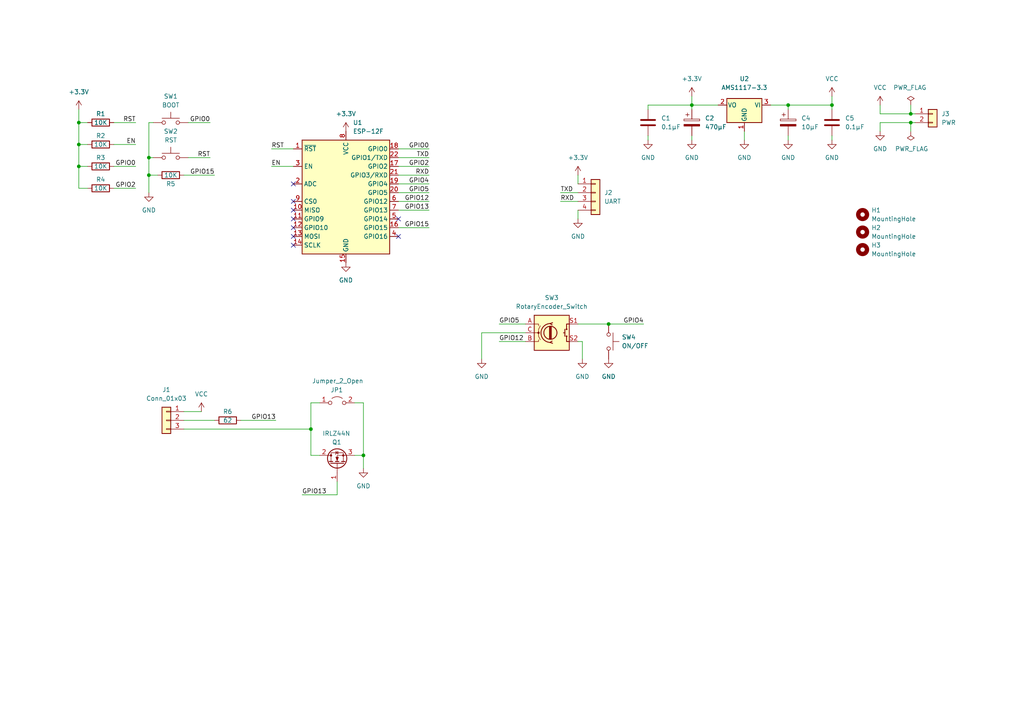
<source format=kicad_sch>
(kicad_sch (version 20230121) (generator eeschema)
  (paper "A4")
  (lib_symbols
    (symbol "Connector_Generic:Conn_01x02" (pin_names (offset 1.016) hide)
      (property "Reference" "J" (at 0 2.54 0))
      (property "Value" "Conn_01x02" (at 0 -5.08 0))
      (symbol "Conn_01x02_1_1"
        (rectangle (start -1.27 -2.413) (end 0 -2.667) (stroke (width 0.1524)))
        (rectangle (start -1.27 0.127) (end 0 -0.127) (stroke (width 0.1524)))
        (rectangle (start -1.27 1.27) (end 1.27 -3.81) (stroke (width 0.254)) (fill (type background)))
        (pin passive line (at -5.08 0 0) (length 3.81) (name "Pin_1") (number "1"))
        (pin passive line (at -5.08 -2.54 0) (length 3.81) (name "Pin_2") (number "2"))
      )
    )
    (symbol "Connector_Generic:Conn_01x03" (pin_names (offset 1.016) hide)
      (property "Reference" "J" (at 0 5.08 0))
      (property "Value" "Conn_01x03" (at 0 -5.08 0))
      (symbol "Conn_01x03_1_1"
        (rectangle (start -1.27 -2.413) (end 0 -2.667) (stroke (width 0.1524)))
        (rectangle (start -1.27 0.127) (end 0 -0.127) (stroke (width 0.1524)))
        (rectangle (start -1.27 2.667) (end 0 2.413) (stroke (width 0.1524)))
        (rectangle (start -1.27 3.81) (end 1.27 -3.81) (stroke (width 0.254)) (fill (type background)))
        (pin passive line (at -5.08 2.54 0) (length 3.81) (name "Pin_1") (number "1"))
        (pin passive line (at -5.08 0 0) (length 3.81) (name "Pin_2") (number "2"))
        (pin passive line (at -5.08 -2.54 0) (length 3.81) (name "Pin_3") (number "3"))
      )
    )
    (symbol "Connector_Generic:Conn_01x04" (pin_names (offset 1.016) hide)
      (property "Reference" "J" (at 0 5.08 0))
      (property "Value" "Conn_01x04" (at 0 -7.62 0))
      (symbol "Conn_01x04_1_1"
        (rectangle (start -1.27 -4.953) (end 0 -5.207) (stroke (width 0.1524)))
        (rectangle (start -1.27 -2.413) (end 0 -2.667) (stroke (width 0.1524)))
        (rectangle (start -1.27 0.127) (end 0 -0.127) (stroke (width 0.1524)))
        (rectangle (start -1.27 2.667) (end 0 2.413) (stroke (width 0.1524)))
        (rectangle (start -1.27 3.81) (end 1.27 -6.35) (stroke (width 0.254)) (fill (type background)))
        (pin passive line (at -5.08 2.54 0) (length 3.81) (name "Pin_1") (number "1"))
        (pin passive line (at -5.08 0 0) (length 3.81) (name "Pin_2") (number "2"))
        (pin passive line (at -5.08 -2.54 0) (length 3.81) (name "Pin_3") (number "3"))
        (pin passive line (at -5.08 -5.08 0) (length 3.81) (name "Pin_4") (number "4"))
      )
    )
    (symbol "Device:C" (pin_numbers hide) (pin_names (offset 0.254))
      (property "Reference" "C" (at 0.635 2.54 0))
      (property "Value" "C" (at 0.635 -2.54 0))
      (symbol "C_0_1"
        (polyline (pts (xy -2.032 -0.762) (xy 2.032 -0.762)) (stroke (width 0.508)))
        (polyline (pts (xy -2.032 0.762) (xy 2.032 0.762)) (stroke (width 0.508)))
      )
      (symbol "C_1_1"
        (pin passive line (at 0 3.81 270) (length 2.794) (name "~") (number "1"))
        (pin passive line (at 0 -3.81 90) (length 2.794) (name "~") (number "2"))
      )
    )
    (symbol "Device:C_Polarized" (pin_numbers hide) (pin_names (offset 0.254))
      (property "Reference" "C" (at 0.635 2.54 0))
      (property "Value" "C_Polarized" (at 0.635 -2.54 0))
      (symbol "C_Polarized_0_1"
        (rectangle (start -2.286 0.508) (end 2.286 1.016))
        (polyline (pts (xy -1.778 2.286) (xy -0.762 2.286)))
        (polyline (pts (xy -1.27 2.794) (xy -1.27 1.778)))
        (rectangle (start 2.286 -0.508) (end -2.286 -1.016) (fill (type outline)))
      )
      (symbol "C_Polarized_1_1"
        (pin passive line (at 0 3.81 270) (length 2.794) (name "~") (number "1"))
        (pin passive line (at 0 -3.81 90) (length 2.794) (name "~") (number "2"))
      )
    )
    (symbol "Device:R" (pin_numbers hide) (pin_names (offset 0))
      (property "Reference" "R" (at 2.032 0 90))
      (property "Value" "R" (at 0 0 90))
      (symbol "R_0_1"
        (rectangle (start -1.016 -2.54) (end 1.016 2.54) (stroke (width 0.254)))
      )
      (symbol "R_1_1"
        (pin passive line (at 0 3.81 270) (length 1.27) (name "~") (number "1"))
        (pin passive line (at 0 -3.81 90) (length 1.27) (name "~") (number "2"))
      )
    )
    (symbol "Device:RotaryEncoder_Switch" (pin_names (offset 0.254) hide)
      (property "Reference" "SW" (at 0 6.604 0))
      (property "Value" "RotaryEncoder_Switch" (at 0 -6.604 0))
      (symbol "RotaryEncoder_Switch_0_1"
        (rectangle (start -5.08 5.08) (end 5.08 -5.08) (stroke (width 0.254)) (fill (type background)))
        (circle (center -3.81 0) (radius 0.254) (fill (type outline)))
        (circle (center -0.381 0) (radius 1.905) (stroke (width 0.254)))
        (arc (start -0.381 2.667) (mid -3.0988 -0.0635) (end -0.381 -2.794) (stroke (width 0.254)))
        (polyline (pts (xy -0.635 -1.778) (xy -0.635 1.778)) (stroke (width 0.254)))
        (polyline (pts (xy -0.381 -1.778) (xy -0.381 1.778)) (stroke (width 0.254)))
        (polyline (pts (xy -0.127 1.778) (xy -0.127 -1.778)) (stroke (width 0.254)))
        (polyline (pts (xy 3.81 0) (xy 3.429 0)) (stroke (width 0.254)))
        (polyline (pts (xy 3.81 1.016) (xy 3.81 -1.016)) (stroke (width 0.254)))
        (polyline (pts (xy -5.08 -2.54) (xy -3.81 -2.54) (xy -3.81 -2.032)))
        (polyline (pts (xy -5.08 2.54) (xy -3.81 2.54) (xy -3.81 2.032)))
        (polyline (pts (xy 0.254 -3.048) (xy -0.508 -2.794) (xy 0.127 -2.413)) (stroke (width 0.254)))
        (polyline (pts (xy 0.254 2.921) (xy -0.508 2.667) (xy 0.127 2.286)) (stroke (width 0.254)))
        (polyline (pts (xy 5.08 -2.54) (xy 4.318 -2.54) (xy 4.318 -1.016)) (stroke (width 0.254)))
        (polyline (pts (xy 5.08 2.54) (xy 4.318 2.54) (xy 4.318 1.016)) (stroke (width 0.254)))
        (polyline (pts (xy -5.08 0) (xy -3.81 0) (xy -3.81 -1.016) (xy -3.302 -2.032)))
        (polyline (pts (xy -4.318 0) (xy -3.81 0) (xy -3.81 1.016) (xy -3.302 2.032)))
        (circle (center 4.318 -1.016) (radius 0.127) (stroke (width 0.254)))
        (circle (center 4.318 1.016) (radius 0.127) (stroke (width 0.254)))
      )
      (symbol "RotaryEncoder_Switch_1_1"
        (pin passive line (at -7.62 2.54 0) (length 2.54) (name "A") (number "A"))
        (pin passive line (at -7.62 -2.54 0) (length 2.54) (name "B") (number "B"))
        (pin passive line (at -7.62 0 0) (length 2.54) (name "C") (number "C"))
        (pin passive line (at 7.62 2.54 180) (length 2.54) (name "S1") (number "S1"))
        (pin passive line (at 7.62 -2.54 180) (length 2.54) (name "S2") (number "S2"))
      )
    )
    (symbol "Jumper:Jumper_2_Open" (pin_names (offset 0) hide)
      (property "Reference" "JP" (at 0 2.794 0))
      (property "Value" "Jumper_2_Open" (at 0 -2.286 0))
      (symbol "Jumper_2_Open_0_0"
        (circle (center -2.032 0) (radius 0.508))
        (circle (center 2.032 0) (radius 0.508))
      )
      (symbol "Jumper_2_Open_0_1"
        (arc (start 1.524 1.27) (mid 0 1.778) (end -1.524 1.27))
      )
      (symbol "Jumper_2_Open_1_1"
        (pin passive line (at -5.08 0 0) (length 2.54) (name "A") (number "1"))
        (pin passive line (at 5.08 0 180) (length 2.54) (name "B") (number "2"))
      )
    )
    (symbol "Mechanical:MountingHole" (pin_names (offset 1.016))
      (property "Reference" "H" (at 0 5.08 0))
      (property "Value" "MountingHole" (at 0 3.175 0))
      (symbol "MountingHole_0_1"
        (circle (center 0 0) (radius 1.27) (stroke (width 1.27)))
      )
    )
    (symbol "RF_Module:ESP-12F"
      (property "Reference" "U" (at -12.7 19.05 0))
      (property "Value" "ESP-12F" (at 12.7 19.05 0))
      (symbol "ESP-12F_0_1"
        (rectangle (start -12.7 17.78) (end 12.7 -15.24) (stroke (width 0.254)) (fill (type background)))
      )
      (symbol "ESP-12F_1_1"
        (pin input line (at -15.24 15.24 0) (length 2.54) (name "~{RST}") (number "1"))
        (pin bidirectional line (at -15.24 -2.54 0) (length 2.54) (name "MISO") (number "10"))
        (pin bidirectional line (at -15.24 -5.08 0) (length 2.54) (name "GPIO9") (number "11"))
        (pin bidirectional line (at -15.24 -7.62 0) (length 2.54) (name "GPIO10") (number "12"))
        (pin bidirectional line (at -15.24 -10.16 0) (length 2.54) (name "MOSI") (number "13"))
        (pin bidirectional line (at -15.24 -12.7 0) (length 2.54) (name "SCLK") (number "14"))
        (pin power_in line (at 0 -17.78 90) (length 2.54) (name "GND") (number "15"))
        (pin bidirectional line (at 15.24 -7.62 180) (length 2.54) (name "GPIO15") (number "16"))
        (pin bidirectional line (at 15.24 10.16 180) (length 2.54) (name "GPIO2") (number "17"))
        (pin bidirectional line (at 15.24 15.24 180) (length 2.54) (name "GPIO0") (number "18"))
        (pin bidirectional line (at 15.24 5.08 180) (length 2.54) (name "GPIO4") (number "19"))
        (pin input line (at -15.24 5.08 0) (length 2.54) (name "ADC") (number "2"))
        (pin bidirectional line (at 15.24 2.54 180) (length 2.54) (name "GPIO5") (number "20"))
        (pin bidirectional line (at 15.24 7.62 180) (length 2.54) (name "GPIO3/RXD") (number "21"))
        (pin bidirectional line (at 15.24 12.7 180) (length 2.54) (name "GPIO1/TXD") (number "22"))
        (pin input line (at -15.24 10.16 0) (length 2.54) (name "EN") (number "3"))
        (pin bidirectional line (at 15.24 -10.16 180) (length 2.54) (name "GPIO16") (number "4"))
        (pin bidirectional line (at 15.24 -5.08 180) (length 2.54) (name "GPIO14") (number "5"))
        (pin bidirectional line (at 15.24 0 180) (length 2.54) (name "GPIO12") (number "6"))
        (pin bidirectional line (at 15.24 -2.54 180) (length 2.54) (name "GPIO13") (number "7"))
        (pin power_in line (at 0 20.32 270) (length 2.54) (name "VCC") (number "8"))
        (pin input line (at -15.24 0 0) (length 2.54) (name "CS0") (number "9"))
      )
    )
    (symbol "Regulator_Linear:AMS1117-3.3" (pin_names (offset 0.254))
      (property "Reference" "U" (at -3.81 3.175 0))
      (property "Value" "AMS1117-3.3" (at 0 3.175 0))
      (symbol "AMS1117-3.3_0_1"
        (rectangle (start -5.08 -5.08) (end 5.08 1.905) (stroke (width 0.254)) (fill (type background)))
      )
      (symbol "AMS1117-3.3_1_1"
        (pin power_in line (at 0 -7.62 90) (length 2.54) (name "GND") (number "1"))
        (pin power_out line (at 7.62 0 180) (length 2.54) (name "VO") (number "2"))
        (pin power_in line (at -7.62 0 0) (length 2.54) (name "VI") (number "3"))
      )
    )
    (symbol "Switch:SW_Push" (pin_numbers hide) (pin_names (offset 1.016) hide)
      (property "Reference" "SW" (at 1.27 2.54 0))
      (property "Value" "SW_Push" (at 0 -1.524 0))
      (symbol "SW_Push_0_1"
        (circle (center -2.032 0) (radius 0.508))
        (polyline (pts (xy 0 1.27) (xy 0 3.048)))
        (polyline (pts (xy 2.54 1.27) (xy -2.54 1.27)))
        (circle (center 2.032 0) (radius 0.508))
        (pin passive line (at -5.08 0 0) (length 2.54) (name "1") (number "1"))
        (pin passive line (at 5.08 0 180) (length 2.54) (name "2") (number "2"))
      )
    )
    (symbol "Transistor_FET:IRLZ44N" (pin_names hide)
      (property "Reference" "Q" (at 6.35 1.905 0))
      (property "Value" "IRLZ44N" (at 6.35 0 0))
      (symbol "IRLZ44N_0_1"
        (polyline (pts (xy 0.254 0) (xy -2.54 0)))
        (polyline (pts (xy 0.254 1.905) (xy 0.254 -1.905)) (stroke (width 0.254)))
        (polyline (pts (xy 0.762 -1.27) (xy 0.762 -2.286)) (stroke (width 0.254)))
        (polyline (pts (xy 0.762 0.508) (xy 0.762 -0.508)) (stroke (width 0.254)))
        (polyline (pts (xy 0.762 2.286) (xy 0.762 1.27)) (stroke (width 0.254)))
        (polyline (pts (xy 2.54 2.54) (xy 2.54 1.778)))
        (polyline (pts (xy 2.54 -2.54) (xy 2.54 0) (xy 0.762 0)))
        (polyline (pts (xy 0.762 -1.778) (xy 3.302 -1.778) (xy 3.302 1.778) (xy 0.762 1.778)))
        (polyline (pts (xy 1.016 0) (xy 2.032 0.381) (xy 2.032 -0.381) (xy 1.016 0)) (fill (type outline)))
        (polyline (pts (xy 2.794 0.508) (xy 2.921 0.381) (xy 3.683 0.381) (xy 3.81 0.254)))
        (polyline (pts (xy 3.302 0.381) (xy 2.921 -0.254) (xy 3.683 -0.254) (xy 3.302 0.381)))
        (circle (center 1.651 0) (radius 2.794) (stroke (width 0.254)))
        (circle (center 2.54 -1.778) (radius 0.254) (fill (type outline)))
        (circle (center 2.54 1.778) (radius 0.254) (fill (type outline)))
      )
      (symbol "IRLZ44N_1_1"
        (pin input line (at -5.08 0 0) (length 2.54) (name "G") (number "1"))
        (pin passive line (at 2.54 5.08 270) (length 2.54) (name "D") (number "2"))
        (pin passive line (at 2.54 -5.08 90) (length 2.54) (name "S") (number "3"))
      )
    )
    (symbol "power:+3.3V" (power) (pin_names (offset 0))
      (property "Value" "+3.3V" (at 0 3.556 0))
      (symbol "+3.3V_0_1"
        (polyline (pts (xy -0.762 1.27) (xy 0 2.54)))
        (polyline (pts (xy 0 0) (xy 0 2.54)))
        (polyline (pts (xy 0 2.54) (xy 0.762 1.27)))
      )
      (symbol "+3.3V_1_1"
        (pin power_in line (at 0 0 90) (length 0) hide (name "+3.3V") (number "1"))
      )
    )
    (symbol "power:GND" (power) (pin_names (offset 0))
      (property "Value" "GND" (at 0 -3.81 0))
      (symbol "GND_0_1"
        (polyline (pts (xy 0 0) (xy 0 -1.27) (xy 1.27 -1.27) (xy 0 -2.54) (xy -1.27 -1.27) (xy 0 -1.27)))
      )
      (symbol "GND_1_1"
        (pin power_in line (at 0 0 270) (length 0) hide (name "GND") (number "1"))
      )
    )
    (symbol "power:PWR_FLAG" (power) (pin_numbers hide) (pin_names (offset 0) hide)
      (property "Value" "PWR_FLAG" (at 0 3.81 0))
      (symbol "PWR_FLAG_0_0"
        (pin power_out line (at 0 0 90) (length 0) (name "pwr") (number "1"))
      )
      (symbol "PWR_FLAG_0_1"
        (polyline (pts (xy 0 0) (xy 0 1.27) (xy -1.016 1.905) (xy 0 2.54) (xy 1.016 1.905) (xy 0 1.27)))
      )
    )
    (symbol "power:VCC" (power) (pin_names (offset 0))
      (property "Value" "VCC" (at 0 3.81 0))
      (symbol "VCC_0_1"
        (polyline (pts (xy -0.762 1.27) (xy 0 2.54)))
        (polyline (pts (xy 0 0) (xy 0 2.54)))
        (polyline (pts (xy 0 2.54) (xy 0.762 1.27)))
      )
      (symbol "VCC_1_1"
        (pin power_in line (at 0 0 90) (length 0) hide (name "VCC") (number "1"))
      )
    )
  )
  (junction (at 22.86 41.91))
  (junction (at 90.17 124.46))
  (junction (at 241.3 30.48))
  (junction (at 22.86 35.56))
  (junction (at 200.66 30.48))
  (junction (at 264.16 33.02))
  (junction (at 228.6 30.48))
  (junction (at 264.16 35.56))
  (junction (at 43.18 50.8))
  (junction (at 43.18 45.72))
  (junction (at 105.41 132.08))
  (junction (at 176.53 93.98))
  (junction (at 22.86 48.26))
  (no_connect (at 115.57 68.58))
  (no_connect (at 85.09 68.58))
  (no_connect (at 85.09 71.12))
  (no_connect (at 85.09 53.34))
  (no_connect (at 85.09 58.42))
  (no_connect (at 85.09 60.96))
  (no_connect (at 85.09 63.5))
  (no_connect (at 115.57 63.5))
  (no_connect (at 85.09 66.04))
  (wire (pts (xy 144.78 99.06) (xy 152.4 99.06)))
  (wire (pts (xy 124.46 43.18) (xy 115.57 43.18)))
  (wire (pts (xy 144.78 93.98) (xy 152.4 93.98)))
  (wire (pts (xy 22.86 35.56) (xy 25.4 35.56)))
  (wire (pts (xy 102.87 132.08) (xy 105.41 132.08)))
  (wire (pts (xy 167.64 63.5) (xy 167.64 60.96)))
  (wire (pts (xy 115.57 66.04) (xy 124.46 66.04)))
  (wire (pts (xy 265.43 33.02) (xy 264.16 33.02)))
  (wire (pts (xy 176.53 93.98) (xy 186.69 93.98)))
  (wire (pts (xy 115.57 55.88) (xy 124.46 55.88)))
  (wire (pts (xy 39.37 48.26) (xy 33.02 48.26)))
  (wire (pts (xy 90.17 132.08) (xy 90.17 124.46)))
  (wire (pts (xy 25.4 54.61) (xy 22.86 54.61)))
  (wire (pts (xy 115.57 48.26) (xy 124.46 48.26)))
  (wire (pts (xy 115.57 60.96) (xy 124.46 60.96)))
  (wire (pts (xy 255.27 33.02) (xy 264.16 33.02)))
  (wire (pts (xy 162.56 55.88) (xy 167.64 55.88)))
  (wire (pts (xy 115.57 50.8) (xy 124.46 50.8)))
  (wire (pts (xy 167.64 93.98) (xy 176.53 93.98)))
  (wire (pts (xy 200.66 30.48) (xy 200.66 31.75)))
  (wire (pts (xy 200.66 39.37) (xy 200.66 40.64)))
  (wire (pts (xy 162.56 58.42) (xy 167.64 58.42)))
  (wire (pts (xy 255.27 30.48) (xy 255.27 33.02)))
  (wire (pts (xy 167.64 99.06) (xy 168.91 99.06)))
  (wire (pts (xy 22.86 54.61) (xy 22.86 48.26)))
  (wire (pts (xy 90.17 116.84) (xy 92.71 116.84)))
  (wire (pts (xy 39.37 41.91) (xy 33.02 41.91)))
  (wire (pts (xy 69.85 121.92) (xy 80.01 121.92)))
  (wire (pts (xy 22.86 48.26) (xy 22.86 41.91)))
  (wire (pts (xy 39.37 35.56) (xy 33.02 35.56)))
  (wire (pts (xy 228.6 31.75) (xy 228.6 30.48)))
  (wire (pts (xy 53.34 119.38) (xy 58.42 119.38)))
  (wire (pts (xy 44.45 35.56) (xy 43.18 35.56)))
  (wire (pts (xy 39.37 54.61) (xy 33.02 54.61)))
  (wire (pts (xy 87.63 143.51) (xy 97.79 143.51)))
  (wire (pts (xy 22.86 31.75) (xy 22.86 35.56)))
  (wire (pts (xy 25.4 41.91) (xy 22.86 41.91)))
  (wire (pts (xy 152.4 96.52) (xy 139.7 96.52)))
  (wire (pts (xy 60.96 35.56) (xy 54.61 35.56)))
  (wire (pts (xy 92.71 132.08) (xy 90.17 132.08)))
  (wire (pts (xy 200.66 30.48) (xy 208.28 30.48)))
  (wire (pts (xy 187.96 39.37) (xy 187.96 40.64)))
  (wire (pts (xy 43.18 35.56) (xy 43.18 45.72)))
  (wire (pts (xy 228.6 30.48) (xy 241.3 30.48)))
  (wire (pts (xy 228.6 39.37) (xy 228.6 40.64)))
  (wire (pts (xy 115.57 45.72) (xy 124.46 45.72)))
  (wire (pts (xy 255.27 35.56) (xy 264.16 35.56)))
  (wire (pts (xy 43.18 50.8) (xy 43.18 45.72)))
  (wire (pts (xy 115.57 58.42) (xy 124.46 58.42)))
  (wire (pts (xy 115.57 53.34) (xy 124.46 53.34)))
  (wire (pts (xy 78.74 43.18) (xy 85.09 43.18)))
  (wire (pts (xy 241.3 39.37) (xy 241.3 40.64)))
  (wire (pts (xy 105.41 116.84) (xy 102.87 116.84)))
  (wire (pts (xy 105.41 132.08) (xy 105.41 116.84)))
  (wire (pts (xy 241.3 31.75) (xy 241.3 30.48)))
  (wire (pts (xy 43.18 45.72) (xy 44.45 45.72)))
  (wire (pts (xy 264.16 35.56) (xy 265.43 35.56)))
  (wire (pts (xy 187.96 31.75) (xy 187.96 30.48)))
  (wire (pts (xy 90.17 124.46) (xy 90.17 116.84)))
  (wire (pts (xy 167.64 50.8) (xy 167.64 53.34)))
  (wire (pts (xy 53.34 121.92) (xy 62.23 121.92)))
  (wire (pts (xy 264.16 35.56) (xy 264.16 38.1)))
  (wire (pts (xy 53.34 124.46) (xy 90.17 124.46)))
  (wire (pts (xy 187.96 30.48) (xy 200.66 30.48)))
  (wire (pts (xy 22.86 41.91) (xy 22.86 35.56)))
  (wire (pts (xy 200.66 30.48) (xy 200.66 27.94)))
  (wire (pts (xy 139.7 96.52) (xy 139.7 104.14)))
  (wire (pts (xy 241.3 27.94) (xy 241.3 30.48)))
  (wire (pts (xy 215.9 38.1) (xy 215.9 40.64)))
  (wire (pts (xy 223.52 30.48) (xy 228.6 30.48)))
  (wire (pts (xy 25.4 48.26) (xy 22.86 48.26)))
  (wire (pts (xy 97.79 139.7) (xy 97.79 143.51)))
  (wire (pts (xy 168.91 99.06) (xy 168.91 104.14)))
  (wire (pts (xy 78.74 48.26) (xy 85.09 48.26)))
  (wire (pts (xy 43.18 50.8) (xy 45.72 50.8)))
  (wire (pts (xy 255.27 38.1) (xy 255.27 35.56)))
  (wire (pts (xy 264.16 30.48) (xy 264.16 33.02)))
  (wire (pts (xy 60.96 45.72) (xy 54.61 45.72)))
  (wire (pts (xy 43.18 55.88) (xy 43.18 50.8)))
  (wire (pts (xy 105.41 132.08) (xy 105.41 135.89)))
  (wire (pts (xy 53.34 50.8) (xy 62.23 50.8)))
  (label "GPIO0" (at 124.46 43.18 180))
  (label "EN" (at 78.74 48.26 0))
  (label "RXD" (at 124.46 50.8 180))
  (label "GPIO12" (at 124.46 58.42 180))
  (label "GPIO13" (at 80.01 121.92 180))
  (label "TXD" (at 124.46 45.72 180))
  (label "RST" (at 60.96 45.72 180))
  (label "GPIO2" (at 124.46 48.26 180))
  (label "GPIO13" (at 124.46 60.96 180))
  (label "GPIO0" (at 39.37 48.26 180))
  (label "GPIO12" (at 144.78 99.06 0))
  (label "GPIO4" (at 124.46 53.34 180))
  (label "GPIO15" (at 124.46 66.04 180))
  (label "GPIO5" (at 124.46 55.88 180))
  (label "GPIO2" (at 39.37 54.61 180))
  (label "GPIO5" (at 144.78 93.98 0))
  (label "RST" (at 78.74 43.18 0))
  (label "TXD" (at 162.56 55.88 0))
  (label "EN" (at 39.37 41.91 180))
  (label "RST" (at 39.37 35.56 180))
  (label "GPIO13" (at 87.63 143.51 0))
  (label "GPIO15" (at 62.23 50.8 180))
  (label "RXD" (at 162.56 58.42 0))
  (label "GPIO4" (at 186.69 93.98 180))
  (label "GPIO0" (at 60.96 35.56 180))
  (symbol (lib_id "Device:R") (at 29.21 54.61 270) (mirror x) (unit 1)
    (property "Reference" "R4" (at 29.21 52.07 90))
    (property "Value" "10K" (at 29.21 54.61 90))
    (property "Footprint" "Resistor_SMD:R_0603_1608Metric" (effects hide))
  )
  (symbol (lib_id "Device:R") (at 29.21 35.56 270) (mirror x) (unit 1)
    (property "Reference" "R1" (at 29.21 33.02 90))
    (property "Value" "10K" (at 29.21 35.56 90))
    (property "Footprint" "Resistor_SMD:R_0603_1608Metric" (effects hide))
  )
  (symbol (lib_id "power:GND") (at 228.6 40.64 0) (unit 1)
    (property "Reference" "#PWR017" (effects hide))
    (property "Value" "GND" (at 228.6 45.72 0))
  )
  (symbol (lib_id "power:GND") (at 241.3 40.64 0) (unit 1)
    (property "Reference" "#PWR019" (effects hide))
    (property "Value" "GND" (at 241.3 45.72 0))
  )
  (symbol (lib_id "power:GND") (at 100.33 76.2 0) (unit 1)
    (property "Reference" "#PWR07" (effects hide))
    (property "Value" "GND" (at 100.33 81.28 0))
  )
  (symbol (lib_id "power:PWR_FLAG") (at 264.16 38.1 180) (unit 1)
    (property "Reference" "#FLG02" (effects hide))
    (property "Value" "PWR_FLAG" (at 269.24 43.18 0) (effects (justify left)))
  )
  (symbol (lib_id "Device:C_Polarized") (at 228.6 35.56 0) (unit 1)
    (property "Reference" "C4" (at 232.41 34.29 0) (effects (justify left)))
    (property "Value" "10μF" (at 232.41 36.83 0) (effects (justify left)))
    (property "Footprint" "Capacitor_THT:CP_Radial_D4.0mm_P1.50mm" (effects hide))
  )
  (symbol (lib_id "power:GND") (at 105.41 135.89 0) (unit 1)
    (property "Reference" "#PWR08" (effects hide))
    (property "Value" "GND" (at 105.41 140.97 0))
  )
  (symbol (lib_id "power:GND") (at 200.66 40.64 0) (unit 1)
    (property "Reference" "#PWR0102" (effects hide))
    (property "Value" "GND" (at 200.66 45.72 0))
  )
  (symbol (lib_id "Device:R") (at 66.04 121.92 90) (unit 1)
    (property "Reference" "R6" (at 66.04 119.38 90))
    (property "Value" "62" (at 66.04 121.92 90))
    (property "Footprint" "Resistor_SMD:R_0603_1608Metric" (effects hide))
  )
  (symbol (lib_id "Device:C") (at 241.3 35.56 180) (unit 1)
    (property "Reference" "C5" (at 245.11 34.2899 0) (effects (justify right)))
    (property "Value" "0.1μF" (at 245.11 36.8299 0) (effects (justify right)))
    (property "Footprint" "Capacitor_SMD:C_0805_2012Metric" (effects hide))
  )
  (symbol (lib_id "Switch:SW_Push") (at 49.53 45.72 0) (unit 1)
    (property "Reference" "SW2" (at 49.53 38.1 0))
    (property "Value" "RST" (at 49.53 40.64 0))
    (property "Footprint" "!Custom:SW_PTS820" (effects hide))
  )
  (symbol (lib_id "Regulator_Linear:AMS1117-3.3") (at 215.9 30.48 0) (mirror y) (unit 1)
    (property "Reference" "U2" (at 215.9 22.86 0))
    (property "Value" "AMS1117-3.3" (at 215.9 25.4 0))
    (property "Footprint" "Package_TO_SOT_SMD:SOT-223-3_TabPin2" (effects hide))
    (property "Datasheet" "http://www.advanced-monolithic.com/pdf/ds1117.pdf" (effects hide))
  )
  (symbol (lib_id "Jumper:Jumper_2_Open") (at 97.79 116.84 0) (unit 1)
    (property "Reference" "JP1" (at 99.5269 113.1153 0) (effects (justify right)))
    (property "Value" "Jumper_2_Open" (at 105.41 110.49 0) (effects (justify right)))
    (property "Footprint" "Connector_Wire:SolderWire-1.5sqmm_1x02_P6mm_D1.7mm_OD3mm" (effects hide))
  )
  (symbol (lib_id "Switch:SW_Push") (at 176.53 99.06 270) (unit 1)
    (property "Reference" "SW4" (at 180.34 97.7899 90) (effects (justify left)))
    (property "Value" "ON/OFF" (at 180.34 100.3299 90) (effects (justify left)))
    (property "Footprint" "Button_Switch_SMD:SW_SPST_TL3342" (effects hide))
  )
  (symbol (lib_id "Device:C") (at 187.96 35.56 180) (unit 1)
    (property "Reference" "C1" (at 191.77 34.2899 0) (effects (justify right)))
    (property "Value" "0.1μF" (at 191.77 36.8299 0) (effects (justify right)))
    (property "Footprint" "Capacitor_SMD:C_0805_2012Metric" (effects hide))
  )
  (symbol (lib_id "power:VCC") (at 255.27 30.48 0) (unit 1)
    (property "Reference" "#PWR020" (effects hide))
    (property "Value" "VCC" (at 255.27 25.4 0))
  )
  (symbol (lib_id "power:+3.3V") (at 100.33 38.1 0) (unit 1)
    (property "Reference" "#PWR06" (effects hide))
    (property "Value" "+3.3V" (at 100.33 33.02 0))
  )
  (symbol (lib_id "power:PWR_FLAG") (at 264.16 30.48 0) (unit 1)
    (property "Reference" "#FLG01" (effects hide))
    (property "Value" "PWR_FLAG" (at 259.08 25.4 0) (effects (justify left)))
  )
  (symbol (lib_id "Connector_Generic:Conn_01x02") (at 270.51 33.02 0) (unit 1)
    (property "Reference" "J3" (at 273.05 33.0199 0) (effects (justify left)))
    (property "Value" "PWR" (at 273.05 35.5599 0) (effects (justify left)))
    (property "Footprint" "!Custom:TerminalBlock_KF301-2P-5mm" (effects hide))
  )
  (symbol (lib_id "power:GND") (at 43.18 55.88 0) (unit 1)
    (property "Reference" "#PWR02" (effects hide))
    (property "Value" "GND" (at 43.18 60.96 0))
  )
  (symbol (lib_id "Device:RotaryEncoder_Switch") (at 160.02 96.52 0) (unit 1)
    (property "Reference" "SW3" (at 160.02 86.36 0))
    (property "Value" "RotaryEncoder_Switch" (at 160.02 88.9 0))
    (property "Footprint" "Rotary_Encoder:RotaryEncoder_Alps_EC11E-Switch_Vertical_H20mm" (effects hide))
  )
  (symbol (lib_id "Connector_Generic:Conn_01x03") (at 48.26 121.92 0) (mirror y) (unit 1)
    (property "Reference" "J1" (at 48.26 113.03 0))
    (property "Value" "Conn_01x03" (at 48.26 115.57 0))
    (property "Footprint" "!Custom:TerminalBlock_KF301-3P-5mm" (effects hide))
  )
  (symbol (lib_id "power:+3.3V") (at 167.64 50.8 0) (unit 1)
    (property "Reference" "#PWR010" (effects hide))
    (property "Value" "+3.3V" (at 167.64 45.72 0))
  )
  (symbol (lib_id "Switch:SW_Push") (at 49.53 35.56 0) (unit 1)
    (property "Reference" "SW1" (at 49.53 27.94 0))
    (property "Value" "BOOT" (at 49.53 30.48 0))
    (property "Footprint" "!Custom:SW_PTS820" (effects hide))
  )
  (symbol (lib_id "RF_Module:ESP-12F") (at 100.33 58.42 0) (unit 1)
    (property "Reference" "U1" (at 102.3494 35.56 0) (effects (justify left)))
    (property "Value" "ESP-12F" (at 102.3494 38.1 0) (effects (justify left)))
    (property "Footprint" "RF_Module:ESP-12E" (effects hide))
    (property "Datasheet" "http://wiki.ai-thinker.com/_media/esp8266/esp8266_series_modules_user_manual_v1.1.pdf" (effects hide))
  )
  (symbol (lib_id "power:GND") (at 187.96 40.64 0) (unit 1)
    (property "Reference" "#PWR0101" (effects hide))
    (property "Value" "GND" (at 187.96 45.72 0))
  )
  (symbol (lib_id "power:VCC") (at 241.3 27.94 0) (unit 1)
    (property "Reference" "#PWR018" (effects hide))
    (property "Value" "VCC" (at 241.3 22.86 0))
  )
  (symbol (lib_id "power:GND") (at 255.27 38.1 0) (unit 1)
    (property "Reference" "#PWR021" (effects hide))
    (property "Value" "GND" (at 255.27 43.18 0))
  )
  (symbol (lib_id "power:GND") (at 176.53 104.14 0) (unit 1)
    (property "Reference" "#PWR013" (effects hide))
    (property "Value" "GND" (at 176.53 109.22 0))
  )
  (symbol (lib_id "Transistor_FET:IRLZ44N") (at 97.79 134.62 90) (unit 1)
    (property "Reference" "Q1" (at 99.06 128.27 90) (effects (justify left)))
    (property "Value" "IRLZ44N" (at 101.6 125.73 90) (effects (justify left)))
    (property "Footprint" "Package_TO_SOT_THT:TO-220-3_Horizontal_TabDown" (effects hide))
    (property "Datasheet" "http://www.irf.com/product-info/datasheets/data/irlz44n.pdf" (effects hide))
  )
  (symbol (lib_id "power:GND") (at 139.7 104.14 0) (unit 1)
    (property "Reference" "#PWR09" (effects hide))
    (property "Value" "GND" (at 139.7 109.22 0))
  )
  (symbol (lib_id "power:GND") (at 215.9 40.64 0) (unit 1)
    (property "Reference" "#PWR016" (effects hide))
    (property "Value" "GND" (at 215.9 45.72 0))
  )
  (symbol (lib_id "power:GND") (at 168.91 104.14 0) (unit 1)
    (property "Reference" "#PWR012" (effects hide))
    (property "Value" "GND" (at 168.91 109.22 0))
  )
  (symbol (lib_id "Device:R") (at 29.21 41.91 270) (mirror x) (unit 1)
    (property "Reference" "R2" (at 29.21 39.37 90))
    (property "Value" "10K" (at 29.21 41.91 90))
    (property "Footprint" "Resistor_SMD:R_0603_1608Metric" (effects hide))
  )
  (symbol (lib_id "Device:R") (at 29.21 48.26 270) (mirror x) (unit 1)
    (property "Reference" "R3" (at 29.21 45.72 90))
    (property "Value" "10K" (at 29.21 48.26 90))
    (property "Footprint" "Resistor_SMD:R_0603_1608Metric" (effects hide))
  )
  (symbol (lib_id "Mechanical:MountingHole") (at 250.19 62.23 0) (unit 1)
    (property "Reference" "H1" (at 252.73 60.9599 0) (effects (justify left)))
    (property "Value" "MountingHole" (at 252.73 63.4999 0) (effects (justify left)))
    (property "Footprint" "MountingHole:MountingHole_2.2mm_M2" (effects hide))
  )
  (symbol (lib_id "Device:R") (at 49.53 50.8 90) (unit 1)
    (property "Reference" "R5" (at 49.53 53.34 90))
    (property "Value" "10K" (at 49.53 50.8 90))
    (property "Footprint" "Resistor_SMD:R_0603_1608Metric" (effects hide))
  )
  (symbol (lib_id "Mechanical:MountingHole") (at 250.19 67.31 0) (unit 1)
    (property "Reference" "H2" (at 252.73 66.0399 0) (effects (justify left)))
    (property "Value" "MountingHole" (at 252.73 68.5799 0) (effects (justify left)))
    (property "Footprint" "MountingHole:MountingHole_2.2mm_M2" (effects hide))
  )
  (symbol (lib_id "power:+3.3V") (at 200.66 27.94 0) (unit 1)
    (property "Reference" "#PWR014" (effects hide))
    (property "Value" "+3.3V" (at 200.66 22.86 0))
  )
  (symbol (lib_id "Mechanical:MountingHole") (at 250.19 72.39 0) (unit 1)
    (property "Reference" "H3" (at 252.73 71.1199 0) (effects (justify left)))
    (property "Value" "MountingHole" (at 252.73 73.6599 0) (effects (justify left)))
    (property "Footprint" "MountingHole:MountingHole_2.2mm_M2" (effects hide))
  )
  (symbol (lib_id "power:GND") (at 167.64 63.5 0) (unit 1)
    (property "Reference" "#PWR011" (effects hide))
    (property "Value" "GND" (at 167.64 68.58 0))
  )
  (symbol (lib_id "Connector_Generic:Conn_01x04") (at 172.72 55.88 0) (unit 1)
    (property "Reference" "J2" (at 175.26 55.8799 0) (effects (justify left)))
    (property "Value" "UART" (at 175.26 58.4199 0) (effects (justify left)))
    (property "Footprint" "Connector_PinHeader_2.54mm:PinHeader_1x04_P2.54mm_Vertical" (effects hide))
  )
  (symbol (lib_id "power:+3.3V") (at 22.86 31.75 0) (mirror y) (unit 1)
    (property "Reference" "#PWR01" (effects hide))
    (property "Value" "+3.3V" (at 22.86 26.67 0))
  )
  (symbol (lib_id "power:VCC") (at 58.42 119.38 0) (unit 1)
    (property "Reference" "#PWR03" (effects hide))
    (property "Value" "VCC" (at 58.42 114.3 0))
  )
  (symbol (lib_id "Device:C_Polarized") (at 200.66 35.56 0) (unit 1)
    (property "Reference" "C2" (at 204.47 34.29 0) (effects (justify left)))
    (property "Value" "470μF" (at 204.47 36.83 0) (effects (justify left)))
    (property "Footprint" "!Custom:CP_Radial_D6.5mm_P2.00mm" (effects hide))
  )
)
</source>
